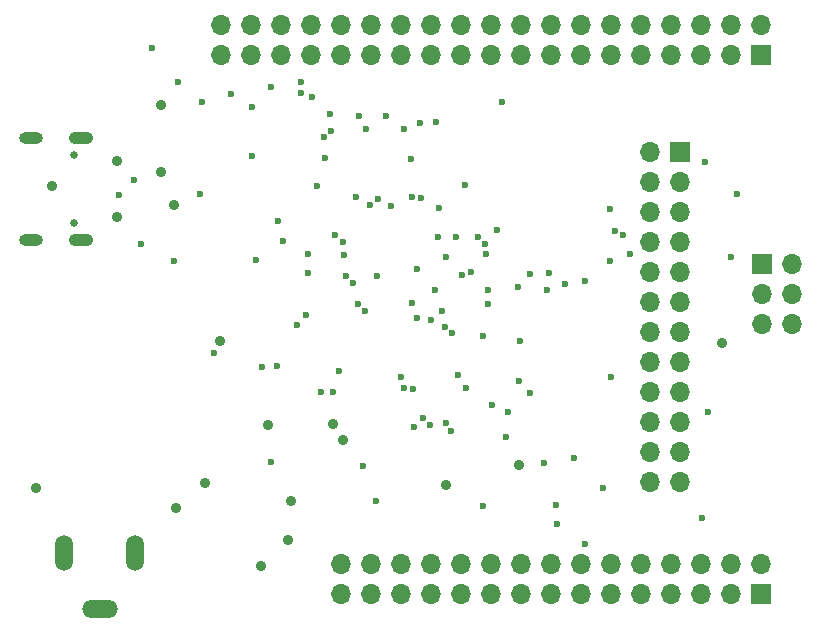
<source format=gbs>
G04 #@! TF.GenerationSoftware,KiCad,Pcbnew,(5.1.4)-1*
G04 #@! TF.CreationDate,2020-03-21T04:08:05+09:00*
G04 #@! TF.ProjectId,Meno,4d656e6f-2e6b-4696-9361-645f70636258,rev?*
G04 #@! TF.SameCoordinates,PX6cf7820PY7a67730*
G04 #@! TF.FileFunction,Soldermask,Bot*
G04 #@! TF.FilePolarity,Negative*
%FSLAX46Y46*%
G04 Gerber Fmt 4.6, Leading zero omitted, Abs format (unit mm)*
G04 Created by KiCad (PCBNEW (5.1.4)-1) date 2020-03-21 04:08:05*
%MOMM*%
%LPD*%
G04 APERTURE LIST*
%ADD10O,1.700000X1.700000*%
%ADD11R,1.700000X1.700000*%
%ADD12C,0.650000*%
%ADD13O,2.100000X1.050000*%
%ADD14O,2.000000X1.000000*%
%ADD15O,1.508000X3.016000*%
%ADD16O,3.016000X1.508000*%
%ADD17C,0.600000*%
%ADD18C,0.900000*%
G04 APERTURE END LIST*
D10*
X27899210Y5074717D03*
X27899210Y2534717D03*
X30439210Y5074717D03*
X30439210Y2534717D03*
X32979210Y5074717D03*
X32979210Y2534717D03*
X35519210Y5074717D03*
X35519210Y2534717D03*
X38059210Y5074717D03*
X38059210Y2534717D03*
X40599210Y5074717D03*
X40599210Y2534717D03*
X43139210Y5074717D03*
X43139210Y2534717D03*
X45679210Y5074717D03*
X45679210Y2534717D03*
X48219210Y5074717D03*
X48219210Y2534717D03*
X50759210Y5074717D03*
X50759210Y2534717D03*
X53299210Y5074717D03*
X53299210Y2534717D03*
X55839210Y5074717D03*
X55839210Y2534717D03*
X58379210Y5074717D03*
X58379210Y2534717D03*
X60919210Y5074717D03*
X60919210Y2534717D03*
X63459210Y5074717D03*
D11*
X63459210Y2534717D03*
D10*
X66125312Y25394717D03*
X63585312Y25394717D03*
X66125312Y27934717D03*
X63585312Y27934717D03*
X66125312Y30474717D03*
D11*
X63585312Y30474717D03*
X56600000Y40000000D03*
D10*
X54060000Y40000000D03*
X56600000Y37460000D03*
X54060000Y37460000D03*
X56600000Y34920000D03*
X54060000Y34920000D03*
X56600000Y32380000D03*
X54060000Y32380000D03*
X56600000Y29840000D03*
X54060000Y29840000D03*
X56600000Y27300000D03*
X54060000Y27300000D03*
X56600000Y24760000D03*
X54060000Y24760000D03*
X56600000Y22220000D03*
X54060000Y22220000D03*
X56600000Y19680000D03*
X54060000Y19680000D03*
X56600000Y17140000D03*
X54060000Y17140000D03*
X56600000Y14600000D03*
X54060000Y14600000D03*
X56600000Y12060000D03*
X54060000Y12060000D03*
X17739210Y50754717D03*
X17739210Y48214717D03*
X20279210Y50754717D03*
X20279210Y48214717D03*
X22819210Y50754717D03*
X22819210Y48214717D03*
X25359210Y50754717D03*
X25359210Y48214717D03*
X27899210Y50754717D03*
X27899210Y48214717D03*
X30439210Y50754717D03*
X30439210Y48214717D03*
X32979210Y50754717D03*
X32979210Y48214717D03*
X35519210Y50754717D03*
X35519210Y48214717D03*
X38059210Y50754717D03*
X38059210Y48214717D03*
X40599210Y50754717D03*
X40599210Y48214717D03*
X43139210Y50754717D03*
X43139210Y48214717D03*
X45679210Y50754717D03*
X45679210Y48214717D03*
X48219210Y50754717D03*
X48219210Y48214717D03*
X50759210Y50754717D03*
X50759210Y48214717D03*
X53299210Y50754717D03*
X53299210Y48214717D03*
X55839210Y50754717D03*
X55839210Y48214717D03*
X58379210Y50754717D03*
X58379210Y48214717D03*
X60919210Y50754717D03*
X60919210Y48214717D03*
X63459210Y50754717D03*
D11*
X63459210Y48214717D03*
D12*
X5350000Y39740000D03*
X5350000Y33960000D03*
D13*
X5880000Y32530000D03*
X5880000Y41170000D03*
D14*
X1700000Y32530000D03*
X1700000Y41170000D03*
D15*
X10500000Y6000000D03*
X4500000Y6000000D03*
D16*
X7500000Y1300000D03*
D17*
X61450220Y36461700D03*
X36808800Y31074900D03*
X47599000Y14052100D03*
X34323400Y30082400D03*
X58500000Y9000000D03*
D18*
X60200000Y23800000D03*
D17*
X50075550Y11575550D03*
D18*
X43000000Y13500000D03*
X12697150Y38302850D03*
D17*
X59000000Y18000000D03*
X30063392Y41935278D03*
X21996400Y13708200D03*
D18*
X17690000Y23980000D03*
X28100000Y15650000D03*
X21160000Y4900000D03*
D17*
X41900000Y15850000D03*
X40669700Y18602000D03*
X34075000Y16675000D03*
X32988000Y20983200D03*
X22000000Y45500000D03*
X18585180Y44897040D03*
D18*
X12700000Y43950000D03*
X27200000Y17000000D03*
D17*
X37679200Y32773600D03*
X38449500Y37224800D03*
D18*
X13740000Y35530000D03*
X36790000Y11840000D03*
X23700000Y10450000D03*
X23430000Y7110000D03*
D17*
X51806600Y32928300D03*
X60919360Y31104840D03*
D18*
X8990000Y39250000D03*
X8990000Y34450000D03*
X3430000Y37090000D03*
D17*
X52383200Y31327300D03*
X25850000Y37100000D03*
X26505800Y41231600D03*
X42947500Y20595700D03*
X22606000Y34163000D03*
X22962400Y32486600D03*
X24213600Y25310800D03*
X15951200Y36398200D03*
X46858900Y28822600D03*
X11938000Y48821340D03*
X24976200Y26226000D03*
X45363400Y28299400D03*
X40328000Y27128800D03*
X43084600Y23981500D03*
X38127000Y29583000D03*
X45496400Y29724200D03*
X30339900Y35546300D03*
X39930000Y24410000D03*
X31038100Y35980000D03*
X43895400Y29623800D03*
X33230000Y41950000D03*
X33895600Y36193100D03*
X42932900Y28586700D03*
X27388500Y32974300D03*
X24500000Y45000000D03*
X26568400Y39471600D03*
X24531320Y45943520D03*
X26187000Y19676700D03*
X40390900Y28350000D03*
X36489000Y26539500D03*
X38927400Y29832000D03*
X36704300Y25192000D03*
X40222600Y31350000D03*
X25497700Y44652300D03*
X27225100Y19690400D03*
X40130000Y32175800D03*
X37292600Y24648200D03*
X41135500Y33408800D03*
X26944400Y43212200D03*
X27761400Y21467800D03*
X20750000Y30820000D03*
X39527700Y32766200D03*
X22537400Y21850000D03*
X14147800Y45918120D03*
X16177260Y44244260D03*
X35548200Y25782200D03*
X33916000Y27216900D03*
X41541300Y44216100D03*
X35901800Y28341500D03*
X30945600Y29464000D03*
X29361800Y27085400D03*
X25088100Y29732200D03*
X29927800Y26519400D03*
X42029300Y17980500D03*
X28344000Y29536300D03*
X28944300Y28939500D03*
X28176000Y31243800D03*
X50683700Y35143500D03*
X25078200Y31350000D03*
X27097200Y41772300D03*
X51077700Y33331400D03*
X29455100Y43062700D03*
X29162500Y36220600D03*
X48601700Y29031400D03*
X34347500Y25913000D03*
X28049600Y32350000D03*
X50677400Y30726900D03*
X58699400Y39141400D03*
X32176300Y35419900D03*
X31725000Y43050000D03*
X34569400Y42468800D03*
X34696000Y36058900D03*
X50789300Y20950000D03*
X37849300Y21091600D03*
X38461900Y19973000D03*
X43955100Y19592700D03*
X34031500Y19939700D03*
X46158200Y10115600D03*
X35416600Y16849900D03*
X39924700Y10039300D03*
X34816300Y17445200D03*
X36790200Y17085300D03*
X37194000Y16357200D03*
X46170400Y8502200D03*
X45102900Y13689100D03*
X48582100Y6846000D03*
X33205800Y19984600D03*
X30854400Y10454300D03*
X29784800Y13392400D03*
X10396530Y37596738D03*
X9120000Y36360000D03*
D18*
X21750000Y16900000D03*
X16430000Y11980000D03*
X2070000Y11570000D03*
X13950000Y9850000D03*
D17*
X36149500Y32770400D03*
X33880000Y39400000D03*
X35955000Y42510000D03*
X36247600Y35252100D03*
X17190000Y22980000D03*
X21260000Y21750000D03*
X20360000Y43789600D03*
X20375000Y39674800D03*
X10960000Y32190000D03*
X13770000Y30790000D03*
M02*

</source>
